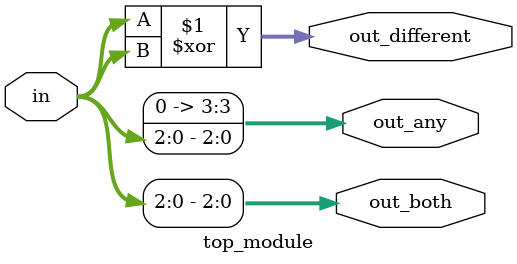
<source format=sv>
module top_module (
    input [3:0] in,
    output [2:0] out_both,
    output [3:0] out_any,
    output [3:0] out_different
);

assign out_both = in[2:0];
assign out_any = {1'b0, in[2:0]};
assign out_different = in ^ {in[3:1], in[0]};

endmodule

</source>
